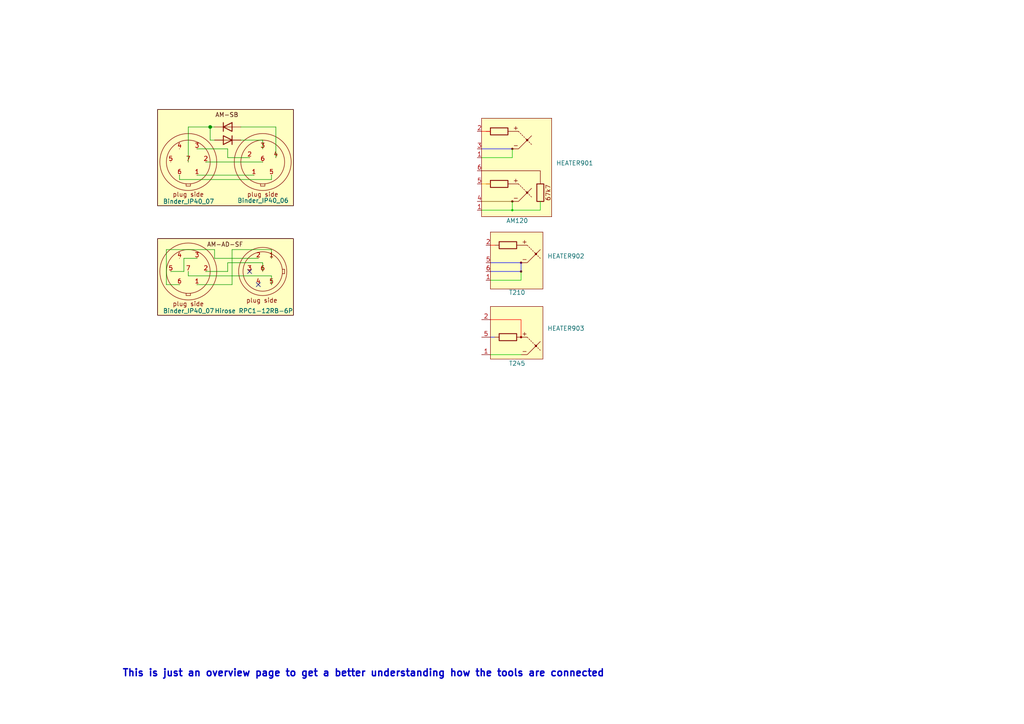
<source format=kicad_sch>
(kicad_sch (version 20231120) (generator "eeschema") (generator_version "8.0")
  (paper "A4")
  (lib_symbols
    (symbol "Device:D" (pin_numbers hide) (pin_names (offset 1.016) hide)
      (property "Reference" "D" (at 0 2.54 0))
      (property "Value" "D" (at 0 -2.54 0))
      (symbol "D_0_1"
        (polyline (pts (xy -1.27 1.27) (xy -1.27 -1.27)) (stroke (width 0.254)))
        (polyline (pts (xy 1.27 0) (xy -1.27 0)))
        (polyline (pts (xy 1.27 1.27) (xy 1.27 -1.27) (xy -1.27 0) (xy 1.27 1.27)) (stroke (width 0.254)))
      )
      (symbol "D_1_1"
        (pin passive line (at -3.81 0 0) (length 2.54) (name "K") (number "1"))
        (pin passive line (at 3.81 0 180) (length 2.54) (name "A") (number "2"))
      )
    )
    (symbol "mylib_connectors:Binder_IP40_06" (exclude_from_sim yes) (in_bom no) (on_board no)
      (property "Reference" "X" (at 0 9.144 0))
      (property "Value" "Binder_IP40_06" (at 0 -11.43 0))
      (symbol "Binder_IP40_06_1_1"
        (polyline (pts (xy -0.635 -6.35) (xy -0.635 -6.985) (xy 0.635 -6.985) (xy 0.635 -6.35)))
        (circle (center 0 0) (radius 6.35))
        (circle (center 0 0) (radius 8.255))
        (text "plug side" (at 0 -9.398 0) (effects (font (size 1.27 1.27))))
        (pin bidirectional line (at -2.54 -3.81 0) (length 0) (name "") (number "1"))
        (pin bidirectional line (at -3.81 1.27 0) (length 0) (name "") (number "2"))
        (pin bidirectional line (at 0 3.81 0) (length 0) (name "") (number "3"))
        (pin bidirectional line (at 3.81 1.27 0) (length 0) (name "") (number "4"))
        (pin bidirectional line (at 2.54 -3.81 0) (length 0) (name "") (number "5"))
        (pin bidirectional line (at 0 0 0) (length 0) (name "") (number "6"))
      )
    )
    (symbol "mylib_connectors:Binder_IP40_07" (exclude_from_sim yes) (in_bom no) (on_board no)
      (property "Reference" "X" (at 0 9.144 0))
      (property "Value" "Binder_IP40_07" (at 0 -11.43 0))
      (symbol "Binder_IP40_07_1_1"
        (polyline (pts (xy -0.635 -6.35) (xy -0.635 -6.985) (xy 0.635 -6.985) (xy 0.635 -6.35)))
        (circle (center 0 0) (radius 6.35))
        (circle (center 0 0) (radius 8.255))
        (text "plug side" (at 0 -9.398 0) (effects (font (size 1.27 1.27))))
        (pin bidirectional line (at 2.54 -3.81 0) (length 0) (name "") (number "1"))
        (pin bidirectional line (at 5.08 0 0) (length 0) (name "") (number "2"))
        (pin bidirectional line (at 2.54 3.81 0) (length 0) (name "") (number "3"))
        (pin bidirectional line (at -2.54 3.81 0) (length 0) (name "") (number "4"))
        (pin bidirectional line (at -5.08 0 0) (length 0) (name "") (number "5"))
        (pin bidirectional line (at -2.54 -3.81 0) (length 0) (name "") (number "6"))
        (pin bidirectional line (at 0 0 0) (length 0) (name "") (number "7"))
      )
    )
    (symbol "mylib_connectors:Hirose RPC1-12RB-6P" (exclude_from_sim yes) (in_bom no) (on_board no)
      (property "Reference" "X" (at 0 9.144 0))
      (property "Value" "Hirose RPC1-12RB-6P" (at 0 -11.43 0))
      (symbol "Hirose RPC1-12RB-6P_1_1"
        (polyline (pts (xy -0.635 -5.715) (xy -0.635 -6.35) (xy 0.635 -6.35) (xy 0.635 -5.715)))
        (circle (center 0 0) (radius 5.715))
        (circle (center 0 0) (radius 6.985))
        (text "plug side" (at -8.382 0.254 900) (effects (font (size 1.27 1.27))))
        (pin bidirectional line (at 3.81 -2.54 90) (length 0) (name "") (number "1"))
        (pin bidirectional line (at 3.81 1.27 90) (length 0) (name "") (number "2"))
        (pin bidirectional line (at 0 3.81 90) (length 0) (name "") (number "3"))
        (pin bidirectional line (at -3.81 1.27 90) (length 0) (name "") (number "4"))
        (pin bidirectional line (at -3.81 -2.54 90) (length 0) (name "") (number "5"))
        (pin bidirectional line (at 0 0 90) (length 0) (name "") (number "6"))
      )
    )
    (symbol "mylib_connectors:JBC-AD-SF" (exclude_from_sim yes) (in_bom no) (on_board no)
      (property "Reference" "X" (at 0 14.224 0))
      (property "Value" "JBC-AD-SF" (at 0 -12.192 0))
      (symbol "JBC-AD-SF_0_1"
        (rectangle (start -22.225 13.335) (end 22.225 -10.795))
        (polyline (pts (xy 20.32 0.635) (xy 19.05 0.635) (xy 19.05 -0.635) (xy 20.32 -0.635)))
        (circle (center 12.7 0) (radius 7.62))
        (circle (center 12.7 0) (radius 8.89))
      )
      (symbol "JBC-AD-SF_1_1"
        (circle (center -12.7 0) (radius 6.35))
        (circle (center -12.7 0) (radius 8.255))
        (polyline (pts (xy -17.78 0) (xy -17.78 1.905) (xy -10.16 1.905) (xy -10.16 3.81)) (stroke (width 0) (color 255 0 170 1)))
        (polyline (pts (xy -13.335 -6.35) (xy -13.335 -6.985) (xy -12.065 -6.985) (xy -12.065 -6.35)))
        (polyline (pts (xy -12.7 0) (xy -12.7 -1.905) (xy 16.51 -1.905) (xy 16.51 -3.81)) (stroke (width 0) (color 0 0 0 1)))
        (polyline (pts (xy -15.24 -3.81) (xy -15.24 2.54) (xy -1.905 2.54) (xy -1.905 3.81) (xy 8.89 3.81)) (stroke (width 0) (color 255 0 0 1)))
        (polyline (pts (xy -10.16 -3.81) (xy 0.635 -3.81) (xy 0.635 5.08) (xy 16.51 5.08) (xy 16.51 3.81)) (stroke (width 0) (color 0 255 0 1)))
        (polyline (pts (xy -7.62 0) (xy -0.635 0) (xy -0.635 1.905) (xy 12.7 1.905) (xy 12.7 0)) (stroke (width 0) (color 0 0 255 1)))
        (text "3/5  Handle holder\n4 Tipchanger" (at -11.938 10.668 0) (effects (font (size 1.27 1.27))))
        (text "plug side\n" (at 0 -9.144 0) (effects (font (size 1.27 1.27))))
        (pin input line (at -10.16 -3.81 0) (length 0) (name "") (number "1"))
        (pin input line (at 16.51 3.81 0) (length 0) (name "") (number "1"))
        (pin input line (at -7.62 0 0) (length 0) (name "") (number "2"))
        (pin input line (at 8.89 3.81 0) (length 0) (name "") (number "2"))
        (pin input line (at -10.16 3.81 0) (length 0) (name "") (number "3"))
        (pin no_connect line (at 6.35 0 0) (length 0) (name "") (number "3"))
        (pin input line (at -15.24 3.81 0) (length 0) (name "") (number "4"))
        (pin no_connect line (at 8.89 -3.81 0) (length 0) (name "") (number "4"))
        (pin input line (at -17.78 0 0) (length 0) (name "") (number "5"))
        (pin input line (at 16.51 -3.81 0) (length 0) (name "") (number "5"))
        (pin input line (at -15.24 -3.81 0) (length 0) (name "") (number "6"))
        (pin input line (at 12.7 0 0) (length 0) (name "") (number "6"))
        (pin input line (at -12.7 0 0) (length 0) (name "") (number "7"))
      )
    )
    (symbol "mylib_connectors:JBC-AM-SB" (exclude_from_sim yes) (in_bom no) (on_board no)
      (property "Reference" "X" (at 0 14.224 0))
      (property "Value" "JBC-AM-SB" (at 0 -12.192 0))
      (symbol "JBC-AM-SB_0_1"
        (rectangle (start -22.225 13.335) (end 22.225 -10.795))
        (polyline (pts (xy 20.32 0.635) (xy 19.05 0.635) (xy 19.05 -0.635) (xy 20.32 -0.635)))
        (circle (center 12.7 0) (radius 7.62))
        (circle (center 12.7 0) (radius 8.89))
      )
      (symbol "JBC-AM-SB_1_1"
        (circle (center -12.7 0) (radius 6.35))
        (circle (center -12.7 0) (radius 8.255))
        (polyline (pts (xy -17.78 0) (xy -17.78 1.905) (xy -10.16 1.905) (xy -10.16 3.81)) (stroke (width 0) (color 255 0 170 1)))
        (polyline (pts (xy -13.335 -6.35) (xy -13.335 -6.985) (xy -12.065 -6.985) (xy -12.065 -6.35)))
        (polyline (pts (xy -12.7 0) (xy -12.7 -1.905) (xy 16.51 -1.905) (xy 16.51 -3.81)) (stroke (width 0) (color 0 0 0 1)))
        (polyline (pts (xy -15.24 -3.81) (xy -15.24 2.54) (xy -1.905 2.54) (xy -1.905 3.81) (xy 8.89 3.81)) (stroke (width 0) (color 255 0 0 1)))
        (polyline (pts (xy -10.16 -3.81) (xy 0.635 -3.81) (xy 0.635 5.08) (xy 16.51 5.08) (xy 16.51 3.81)) (stroke (width 0) (color 0 255 0 1)))
        (polyline (pts (xy -7.62 0) (xy -0.635 0) (xy -0.635 1.905) (xy 12.7 1.905) (xy 12.7 0)) (stroke (width 0) (color 0 0 255 1)))
        (text "3/5  Handle holder\n4 Tipchanger" (at -11.938 10.668 0) (effects (font (size 1.27 1.27))))
        (text "plug side\n" (at 0 -9.144 0) (effects (font (size 1.27 1.27))))
        (pin input line (at -10.16 -3.81 0) (length 0) (name "") (number "1"))
        (pin input line (at 16.51 3.81 0) (length 0) (name "") (number "1"))
        (pin input line (at -7.62 0 0) (length 0) (name "") (number "2"))
        (pin input line (at 8.89 3.81 0) (length 0) (name "") (number "2"))
        (pin input line (at -10.16 3.81 0) (length 0) (name "") (number "3"))
        (pin no_connect line (at 6.35 0 0) (length 0) (name "") (number "3"))
        (pin input line (at -15.24 3.81 0) (length 0) (name "") (number "4"))
        (pin no_connect line (at 8.89 -3.81 0) (length 0) (name "") (number "4"))
        (pin input line (at -17.78 0 0) (length 0) (name "") (number "5"))
        (pin input line (at 16.51 -3.81 0) (length 0) (name "") (number "5"))
        (pin input line (at -15.24 -3.81 0) (length 0) (name "") (number "6"))
        (pin input line (at 12.7 0 0) (length 0) (name "") (number "6"))
        (pin input line (at -12.7 0 0) (length 0) (name "") (number "7"))
      )
    )
    (symbol "mylib_connectors:JBC-AM120" (exclude_from_sim yes) (in_bom no) (on_board no)
      (property "Reference" "HEATER" (at -0.508 12.7 0))
      (property "Value" "AM120" (at -0.508 -15.748 0))
      (symbol "JBC-AM120_0_1"
        (rectangle (start -7.62 -4.064) (end -2.54 -6.096) (stroke (width 0.254)))
        (rectangle (start -7.62 11.176) (end -2.54 9.144) (stroke (width 0.254)))
        (polyline (pts (xy -10.16 -1.27) (xy 6.858 -1.27)))
        (polyline (pts (xy -7.62 -5.08) (xy -8.89 -5.08)))
        (polyline (pts (xy -7.62 10.16) (xy -8.89 10.16)))
        (polyline (pts (xy -2.54 -5.08) (xy 0.508 -5.08)))
        (polyline (pts (xy -2.54 10.16) (xy 0.508 10.16)))
        (polyline (pts (xy -1.27 -10.16) (xy -10.16 -10.16)) (stroke (width 0) (color 128 77 0 1)))
        (polyline (pts (xy -1.27 5.08) (xy -10.16 5.08)) (stroke (width 0) (color 0 0 255 1)))
        (polyline (pts (xy 0.508 -5.08) (xy 0.762 -5.334)))
        (polyline (pts (xy 0.508 10.16) (xy 0.762 9.906)))
        (polyline (pts (xy 1.016 -5.588) (xy 1.27 -5.842)))
        (polyline (pts (xy 1.016 9.652) (xy 1.27 9.398)))
        (polyline (pts (xy 1.524 -6.096) (xy 1.778 -6.35)))
        (polyline (pts (xy 1.524 9.144) (xy 1.778 8.89)))
        (polyline (pts (xy 2.032 -6.604) (xy 2.286 -6.858)))
        (polyline (pts (xy 2.032 8.636) (xy 2.286 8.382)))
        (polyline (pts (xy 2.54 -7.112) (xy 2.794 -7.366)))
        (polyline (pts (xy 2.54 8.128) (xy 2.794 7.874)))
        (polyline (pts (xy 3.048 -7.62) (xy 3.302 -7.874)))
        (polyline (pts (xy 3.048 7.62) (xy 3.302 7.366)))
        (polyline (pts (xy 3.556 -8.128) (xy 3.81 -8.382)))
        (polyline (pts (xy 3.556 7.112) (xy 3.81 6.858)))
        (polyline (pts (xy 4.064 -8.636) (xy 4.318 -8.89)))
        (polyline (pts (xy 4.064 6.604) (xy 4.318 6.35)))
        (polyline (pts (xy 6.858 -1.27) (xy 6.858 -5.08)))
        (polyline (pts (xy -1.27 -10.16) (xy 0.508 -10.16) (xy 4.318 -6.35)))
        (polyline (pts (xy -1.27 5.08) (xy 0.508 5.08) (xy 4.318 8.89)))
        (circle (center 3.048 -7.62) (radius 0.254) (fill (type outline)))
        (circle (center 3.048 7.62) (radius 0.254) (fill (type outline)))
        (rectangle (start 5.842 -5.08) (end 7.874 -10.16) (stroke (width 0.254)))
      )
      (symbol "JBC-AM120_1_1"
        (rectangle (start -10.16 13.97) (end 10.16 -14.605) (fill (type background)))
        (circle (center -1.27 -12.7) (radius 0.254) (stroke (width 0) (color 0 194 0 1)) (fill (type color) (color 0 194 0 1)))
        (circle (center -1.27 -10.16) (radius 0.254) (fill (type color) (color 132 0 0 1)))
        (circle (center -1.27 5.08) (radius 0.254) (fill (type color) (color 132 0 0 1)))
        (polyline (pts (xy -10.16 -5.08) (xy -7.62 -5.08)) (stroke (width 0) (color 255 153 0 1)))
        (polyline (pts (xy -7.62 10.16) (xy -10.16 10.16)) (stroke (width 0) (color 255 0 0 1)))
        (polyline (pts (xy -1.27 -12.7) (xy -10.16 -12.7)) (stroke (width 0) (color 0 194 0 1)))
        (polyline (pts (xy -1.27 -12.7) (xy -1.27 -10.16)) (stroke (width 0) (color 0 194 0 1)) (fill (type color)))
        (polyline (pts (xy -1.27 2.54) (xy -10.16 2.54)) (stroke (width 0) (color 0 194 0 1)))
        (polyline (pts (xy -1.27 2.54) (xy -1.27 5.08)) (stroke (width 0) (color 0 194 0 1)))
        (polyline (pts (xy -1.27 -12.7) (xy 6.858 -12.7) (xy 6.858 -10.16)) (stroke (width 0) (color 0 194 0 1)))
        (text "+" (at -0.254 -4.064 0) (effects (font (size 1.27 1.27))))
        (text "+" (at -0.254 11.176 0) (effects (font (size 1.27 1.27))))
        (text "-\n" (at -0.254 -9.144 0) (effects (font (size 1.27 1.27))))
        (text "-\n" (at -0.254 6.096 0) (effects (font (size 1.27 1.27))))
        (text "67k7" (at 9.144 -7.62 900) (effects (font (size 1.27 1.27))))
        (pin bidirectional line (at -11.43 -12.7 0) (length 1.27) (name "") (number "1"))
        (pin bidirectional line (at -11.43 2.54 0) (length 1.27) (name "") (number "1"))
        (pin bidirectional line (at -11.43 10.16 0) (length 1.27) (name "") (number "2"))
        (pin bidirectional line (at -11.43 5.08 0) (length 1.27) (name "") (number "3"))
        (pin bidirectional line (at -11.43 -10.16 0) (length 1.27) (name "") (number "4"))
        (pin bidirectional line (at -11.43 -5.08 0) (length 1.27) (name "") (number "5"))
        (pin bidirectional line (at -11.43 -1.27 0) (length 1.27) (name "") (number "6"))
      )
    )
    (symbol "mylib_connectors:JBC-T210" (exclude_from_sim yes) (in_bom no) (on_board no)
      (property "Reference" "HEATER" (at -0.254 6.35 0))
      (property "Value" "T210" (at 0 -10.16 0))
      (symbol "JBC-T210_0_1"
        (rectangle (start -5.08 4.826) (end 0 2.794) (stroke (width 0.254)))
        (polyline (pts (xy -5.08 3.81) (xy -6.35 3.81)))
        (polyline (pts (xy 0 3.81) (xy 3.048 3.81)))
        (polyline (pts (xy 1.27 -3.81) (xy -7.62 -3.81)) (stroke (width 0) (color 0 0 255 1)))
        (polyline (pts (xy 1.27 -1.27) (xy -7.62 -1.27)) (stroke (width 0) (color 0 0 255 1)))
        (polyline (pts (xy 3.048 3.81) (xy 3.302 3.556)))
        (polyline (pts (xy 3.556 3.302) (xy 3.81 3.048)))
        (polyline (pts (xy 4.064 2.794) (xy 4.318 2.54)))
        (polyline (pts (xy 4.572 2.286) (xy 4.826 2.032)))
        (polyline (pts (xy 5.08 1.778) (xy 5.334 1.524)))
        (polyline (pts (xy 5.588 1.27) (xy 5.842 1.016)))
        (polyline (pts (xy 6.096 0.762) (xy 6.35 0.508)))
        (polyline (pts (xy 6.604 0.254) (xy 6.858 0)))
        (polyline (pts (xy 1.27 -1.27) (xy 3.048 -1.27) (xy 6.858 2.54)))
        (circle (center 5.588 1.27) (radius 0.254) (fill (type outline)))
      )
      (symbol "JBC-T210_1_1"
        (rectangle (start -7.62 7.62) (end 7.62 -8.89) (fill (type background)))
        (polyline (pts (xy -6.35 3.81) (xy -7.62 3.81)) (stroke (width 0) (color 255 0 0 1)))
        (polyline (pts (xy 1.27 -3.81) (xy 1.27 -1.27)) (stroke (width 0) (color 0 0 255 1)))
        (polyline (pts (xy 1.27 -3.81) (xy 1.27 -6.35) (xy -7.62 -6.35)) (stroke (width 0) (color 0 194 0 1)))
        (circle (center 1.27 -3.81) (radius 0.254) (fill (type color) (color 132 0 0 1)))
        (circle (center 1.27 -1.27) (radius 0.254) (fill (type color) (color 132 0 0 1)))
        (text "+" (at 2.286 4.826 0) (effects (font (size 1.27 1.27))))
        (text "-\n" (at 2.286 -0.254 0) (effects (font (size 1.27 1.27))))
        (pin bidirectional line (at -8.89 -6.35 0) (length 1.27) (name "") (number "1"))
        (pin bidirectional line (at -8.89 3.81 0) (length 1.27) (name "") (number "2"))
        (pin bidirectional line (at -8.89 -1.27 0) (length 1.27) (name "") (number "5"))
        (pin bidirectional line (at -8.89 -3.81 0) (length 1.27) (name "") (number "6"))
      )
    )
    (symbol "mylib_connectors:JBC-T245" (exclude_from_sim yes) (in_bom no) (on_board no)
      (property "Reference" "HEATER" (at 0 5.842 0))
      (property "Value" "T245" (at 0 -8.89 0))
      (symbol "JBC-T245_0_1"
        (rectangle (start -5.08 -0.254) (end 0 -2.286) (stroke (width 0.254)))
        (polyline (pts (xy -6.35 -1.27) (xy -7.62 -1.27)) (stroke (width 0) (color 0 0 255 1)))
        (polyline (pts (xy -5.08 -1.27) (xy -6.35 -1.27)))
        (polyline (pts (xy 0 -1.27) (xy 3.048 -1.27)))
        (polyline (pts (xy 3.048 -1.27) (xy 3.302 -1.524)))
        (polyline (pts (xy 3.556 -1.778) (xy 3.81 -2.032)))
        (polyline (pts (xy 4.064 -2.286) (xy 4.318 -2.54)))
        (polyline (pts (xy 4.572 -2.794) (xy 4.826 -3.048)))
        (polyline (pts (xy 5.08 -3.302) (xy 5.334 -3.556)))
        (polyline (pts (xy 5.588 -3.81) (xy 5.842 -4.064)))
        (polyline (pts (xy 6.096 -4.318) (xy 6.35 -4.572)))
        (polyline (pts (xy 6.604 -4.826) (xy 6.858 -5.08)))
        (polyline (pts (xy 1.27 -6.35) (xy 3.048 -6.35) (xy 6.858 -2.54)))
        (circle (center 5.588 -3.81) (radius 0.254) (fill (type outline)))
      )
      (symbol "JBC-T245_1_1"
        (rectangle (start -7.62 7.62) (end 7.62 -7.62) (fill (type background)))
        (polyline (pts (xy 1.27 -6.35) (xy 1.27 -6.35) (xy -7.62 -6.35)) (stroke (width 0) (color 0 194 0 1)))
        (polyline (pts (xy 1.27 -1.27) (xy 1.27 3.81) (xy -7.62 3.81)) (stroke (width 0) (color 255 0 0 1)))
        (circle (center 1.27 -1.27) (radius 0.254) (fill (type color) (color 132 0 0 1)))
        (text "+" (at 2.286 -0.254 0) (effects (font (size 1.27 1.27))))
        (text "-\n" (at 2.286 -5.334 0) (effects (font (size 1.27 1.27))))
        (pin bidirectional line (at -10.16 -6.35 0) (length 2.54) (name "") (number "1"))
        (pin bidirectional line (at -10.16 3.81 0) (length 2.54) (name "") (number "2"))
        (pin bidirectional line (at -10.16 -1.27 0) (length 2.54) (name "") (number "5"))
      )
    )
  )
  (junction (at 60.96 36.83))
  (no_connect (at 74.93 82.55))
  (no_connect (at 72.39 78.74))
  (wire (pts (xy 48.26 72.39) (xy 62.23 72.39)))
  (wire (pts (xy 52.07 52.07) (xy 78.74 52.07)))
  (wire (pts (xy 53.34 78.74) (xy 53.34 74.93)))
  (wire (pts (xy 48.26 82.55) (xy 48.26 72.39)))
  (wire (pts (xy 54.61 80.01) (xy 78.74 80.01)))
  (wire (pts (xy 78.74 72.39) (xy 78.74 74.93)))
  (wire (pts (xy 53.34 74.93) (xy 57.15 74.93)))
  (wire (pts (xy 59.69 46.99) (xy 76.2 46.99)))
  (wire (pts (xy 54.61 46.99) (xy 54.61 36.83)))
  (wire (pts (xy 54.61 36.83) (xy 60.96 36.83)))
  (wire (pts (xy 78.74 52.07) (xy 78.74 50.8)))
  (wire (pts (xy 57.15 50.8) (xy 73.66 50.8)))
  (wire (pts (xy 57.15 82.55) (xy 67.31 82.55)))
  (wire (pts (xy 67.31 72.39) (xy 78.74 72.39)))
  (wire (pts (xy 72.39 45.72) (xy 66.04 45.72)))
  (wire (pts (xy 78.74 80.01) (xy 78.74 82.55)))
  (wire (pts (xy 69.85 40.64) (xy 76.2 40.64)))
  (wire (pts (xy 66.04 76.2) (xy 76.2 76.2)))
  (wire (pts (xy 76.2 40.64) (xy 76.2 43.18)))
  (wire (pts (xy 62.23 40.64) (xy 60.96 40.64)))
  (wire (pts (xy 49.53 78.74) (xy 53.34 78.74)))
  (wire (pts (xy 76.2 76.2) (xy 76.2 78.74)))
  (wire (pts (xy 48.26 82.55) (xy 52.07 82.55)))
  (wire (pts (xy 62.23 74.93) (xy 74.93 74.93)))
  (wire (pts (xy 140.97 232.41) (xy 140.97 234.95)))
  (wire (pts (xy 66.04 43.18) (xy 57.15 43.18)))
  (wire (pts (xy 54.61 78.74) (xy 54.61 80.01)))
  (wire (pts (xy 59.69 78.74) (xy 66.04 78.74)))
  (wire (pts (xy 60.96 40.64) (xy 60.96 36.83)))
  (wire (pts (xy 60.96 36.83) (xy 62.23 36.83)))
  (wire (pts (xy 66.04 78.74) (xy 66.04 76.2)))
  (wire (pts (xy 66.04 45.72) (xy 66.04 43.18)))
  (wire (pts (xy 69.85 36.83) (xy 80.01 36.83)))
  (wire (pts (xy 62.23 72.39) (xy 62.23 74.93)))
  (wire (pts (xy 52.07 50.8) (xy 52.07 52.07)))
  (wire (pts (xy 80.01 45.72) (xy 80.01 36.83)))
  (wire (pts (xy 67.31 82.55) (xy 67.31 72.39)))
  (rectangle (start 45.72 69.215) (end 85.09 91.44) (stroke (width 0.2032) (color 72 0 0 1)) (fill (type color) (color 255 255 194 1)))
  (rectangle (start 45.72 31.75) (end 85.09 59.69) (stroke (width 0.2032) (color 72 0 0 1)) (fill (type color) (color 255 255 194 1)))
  (text "This is just an overview page to get a better understanding how the tools are connected" (exclude_from_sim yes) (at 105.41 195.326 0) (effects (font (size 2.032 2.032) (thickness 0.4064) (bold yes))))
  (text "AM-SB" (at 65.786 33.528 0) (effects (font (size 1.27 1.27))))
  (text "AM-AD-SF" (at 65.278 71.12 0) (effects (font (size 1.27 1.27))))
  (symbol (lib_id "mylib_connectors:JBC-AM-SB") (at 76.2 238.76 0) (unit 1) (exclude_from_sim yes) (in_bom no) (on_board no)
    (property "Reference" "X901" (at 73.914 224.282 0) (effects (justify left)))
    (property "Value" "JBC-AM-SB" (at 70.358 251.206 0) (effects (justify left)))
  )
  (symbol (lib_id "mylib_connectors:Binder_IP40_07") (at 54.61 78.74 0) (unit 1) (exclude_from_sim yes) (in_bom no) (on_board no)
    (property "Reference" "X906" (effects (hide yes)))
    (property "Value" "Binder_IP40_07" (at 47.244 90.17 0) (effects (justify left)))
  )
  (symbol (lib_id "Device:D") (at 66.04 36.83 0) (unit 1) (exclude_from_sim yes) (in_bom no) (on_board no)
    (property "Reference" "D902" (effects (hide yes)))
    (property "Value" "D" (effects (hide yes)))
    (property "Description" "Diode" (effects (hide yes)))
    (property "Sim.Device" "D" (effects (hide yes)))
    (property "Sim.Pins" "1=K 2=A" (effects (hide yes)))
  )
  (symbol (lib_id "mylib_connectors:JBC-T245") (at 149.86 96.52 0) (unit 1) (exclude_from_sim yes) (in_bom no) (on_board no)
    (property "Reference" "HEATER903" (at 158.75 95.2499 0) (effects (justify left)))
    (property "Value" "T245" (at 147.574 105.41 0) (effects (justify left)))
  )
  (symbol (lib_id "mylib_connectors:Binder_IP40_06") (at 76.2 46.99 0) (unit 1) (exclude_from_sim yes) (in_bom no) (on_board no)
    (property "Reference" "X904" (effects (hide yes)))
    (property "Value" "Binder_IP40_06" (at 68.834 58.166 0) (effects (justify left)))
  )
  (symbol (lib_name "mylib_connectors:JBC-AD-SF") (lib_id "mylib_connectors:JBC-AD-SF") (at 132.08 238.76 0) (unit 1) (exclude_from_sim yes) (in_bom no) (on_board no)
    (property "Reference" "X902" (at 129.54 224.282 0) (effects (justify left)))
    (property "Value" "JBC-AD-SF" (at 126.492 250.952 0) (effects (justify left)))
  )
  (symbol (lib_id "mylib_connectors:JBC-AM120") (at 149.86 48.26 0) (unit 1) (exclude_from_sim yes) (in_bom no) (on_board no)
    (property "Reference" "HEATER901" (at 161.29 47.3074 0) (effects (justify left)))
    (property "Value" "AM120" (at 146.812 64.008 0) (effects (justify left)))
  )
  (symbol (lib_id "mylib_connectors:JBC-T210") (at 149.86 74.93 0) (unit 1) (exclude_from_sim yes) (in_bom no) (on_board no)
    (property "Reference" "HEATER902" (at 158.75 74.2949 0) (effects (justify left)))
    (property "Value" "T210" (at 147.574 84.836 0) (effects (justify left)))
  )
  (symbol (lib_id "Device:D") (at 66.04 40.64 180) (unit 1) (exclude_from_sim yes) (in_bom no) (on_board no)
    (property "Reference" "D901" (effects (hide yes)))
    (property "Value" "D" (effects (hide yes)))
    (property "Description" "Diode" (effects (hide yes)))
    (property "Sim.Device" "D" (effects (hide yes)))
    (property "Sim.Pins" "1=K 2=A" (effects (hide yes)))
  )
  (symbol (lib_id "mylib_connectors:Hirose RPC1-12RB-6P") (at 76.2 78.74 90) (unit 1) (exclude_from_sim yes) (in_bom no) (on_board no)
    (property "Reference" "X907" (effects (hide yes)))
    (property "Value" "Hirose RPC1-12RB-6P" (at 62.23 90.17 90) (effects (justify right)))
  )
  (symbol (lib_id "mylib_connectors:Binder_IP40_07") (at 54.61 46.99 0) (unit 1) (exclude_from_sim yes) (in_bom no) (on_board no)
    (property "Reference" "X905" (effects (hide yes)))
    (property "Value" "Binder_IP40_07" (at 47.244 58.42 0) (effects (justify left)))
  )
)
</source>
